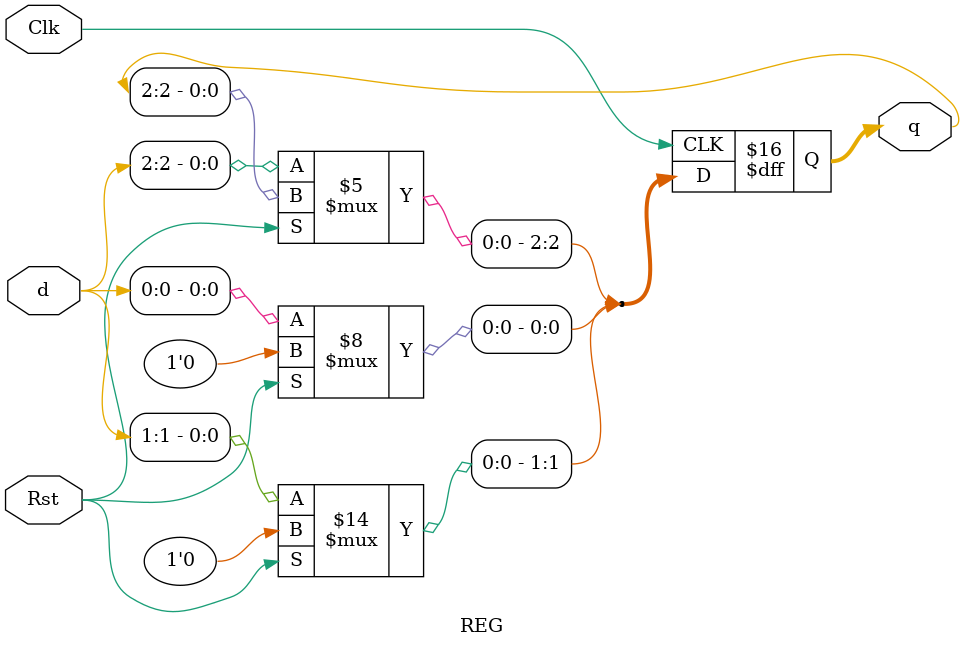
<source format=v>
`timescale 1ns / 1ns


module REG(d, q, Clk, Rst);
    // Parameter DATAWIDTH that describes the number of bits for the input a
    // and the output q
    parameter DATAWIDTH = 2;
    
    // Input and output declarations for the register module
    input [DATAWIDTH:0] d;
    output reg [DATAWIDTH:0] q;
    input Clk, Rst;
    
    // Forward declaration of integer value to be used on reset
    integer i;
    
    // Start the procedural code using an always block that is sensative
    // to the clock input "Clk"
    always @(posedge Clk) begin
    
        // If the reset signal is set then reset the register
        // otherwise set the register to the input data
        if (Rst == 1)
            for(i = 0; i < DATAWIDTH; i = i + 1) 
                q[i] <= 1'b0;
        else
            q <= d;
            
    end               

endmodule

</source>
